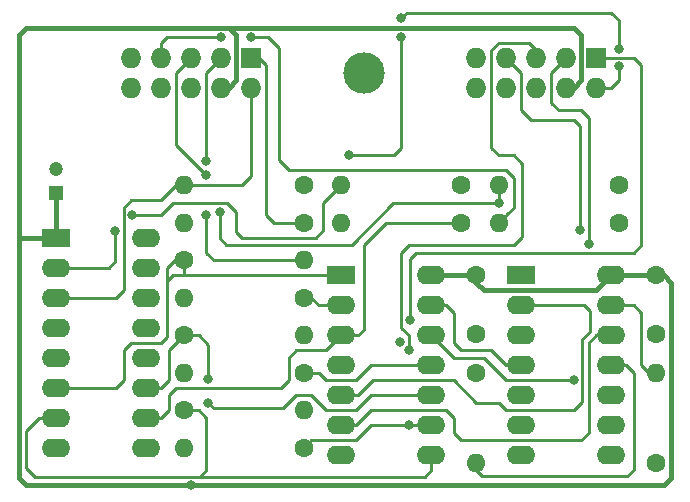
<source format=gtl>
%TF.GenerationSoftware,KiCad,Pcbnew,(5.1.8)-1*%
%TF.CreationDate,2021-01-10T02:15:11+01:00*%
%TF.ProjectId,Apple II Adapter,4170706c-6520-4494-9920-416461707465,rev?*%
%TF.SameCoordinates,Original*%
%TF.FileFunction,Copper,L1,Top*%
%TF.FilePolarity,Positive*%
%FSLAX46Y46*%
G04 Gerber Fmt 4.6, Leading zero omitted, Abs format (unit mm)*
G04 Created by KiCad (PCBNEW (5.1.8)-1) date 2021-01-10 02:15:11*
%MOMM*%
%LPD*%
G01*
G04 APERTURE LIST*
%TA.AperFunction,ComponentPad*%
%ADD10O,2.400000X1.600000*%
%TD*%
%TA.AperFunction,ComponentPad*%
%ADD11R,2.400000X1.600000*%
%TD*%
%TA.AperFunction,ComponentPad*%
%ADD12O,1.600000X1.600000*%
%TD*%
%TA.AperFunction,ComponentPad*%
%ADD13C,1.600000*%
%TD*%
%TA.AperFunction,ComponentPad*%
%ADD14R,1.200000X1.200000*%
%TD*%
%TA.AperFunction,ComponentPad*%
%ADD15C,1.200000*%
%TD*%
%TA.AperFunction,ComponentPad*%
%ADD16O,1.727200X1.727200*%
%TD*%
%TA.AperFunction,ComponentPad*%
%ADD17R,1.727200X1.727200*%
%TD*%
%TA.AperFunction,ComponentPad*%
%ADD18C,3.500000*%
%TD*%
%TA.AperFunction,ViaPad*%
%ADD19C,0.800000*%
%TD*%
%TA.AperFunction,Conductor*%
%ADD20C,0.381000*%
%TD*%
%TA.AperFunction,Conductor*%
%ADD21C,0.250000*%
%TD*%
G04 APERTURE END LIST*
D10*
%TO.P,A1,16*%
%TO.N,Net-(A1-Pad16)*%
X174625000Y-117475000D03*
%TO.P,A1,8*%
%TO.N,GND*%
X167005000Y-135255000D03*
%TO.P,A1,15*%
%TO.N,Net-(A1-Pad15)*%
X174625000Y-120015000D03*
%TO.P,A1,7*%
%TO.N,/GC2*%
X167005000Y-132715000D03*
%TO.P,A1,14*%
%TO.N,Net-(A1-Pad14)*%
X174625000Y-122555000D03*
%TO.P,A1,6*%
%TO.N,/GC0*%
X167005000Y-130175000D03*
%TO.P,A1,13*%
%TO.N,Net-(A1-Pad13)*%
X174625000Y-125095000D03*
%TO.P,A1,5*%
%TO.N,Net-(A1-Pad5)*%
X167005000Y-127635000D03*
%TO.P,A1,12*%
%TO.N,Net-(A1-Pad12)*%
X174625000Y-127635000D03*
%TO.P,A1,4*%
%TO.N,Net-(A1-Pad4)*%
X167005000Y-125095000D03*
%TO.P,A1,11*%
%TO.N,/GC3*%
X174625000Y-130175000D03*
%TO.P,A1,3*%
%TO.N,/P1_FIRE*%
X167005000Y-122555000D03*
%TO.P,A1,10*%
%TO.N,/GC1*%
X174625000Y-132715000D03*
%TO.P,A1,2*%
%TO.N,/P2_FIRE*%
X167005000Y-120015000D03*
%TO.P,A1,9*%
%TO.N,Net-(A1-Pad9)*%
X174625000Y-135255000D03*
D11*
%TO.P,A1,1*%
%TO.N,VCC*%
X167005000Y-117475000D03*
%TD*%
D12*
%TO.P,R3,2*%
%TO.N,/P1_DOWN*%
X204470000Y-113030000D03*
D13*
%TO.P,R3,1*%
%TO.N,GND*%
X214630000Y-113030000D03*
%TD*%
%TO.P,C2,2*%
%TO.N,GND*%
X202565000Y-125650000D03*
%TO.P,C2,1*%
%TO.N,VCC*%
X202565000Y-120650000D03*
%TD*%
%TO.P,R14,1*%
%TO.N,/GC2*%
X177800000Y-132080000D03*
D12*
%TO.P,R14,2*%
%TO.N,/P2_UP*%
X187960000Y-132080000D03*
%TD*%
D11*
%TO.P,U1,1*%
%TO.N,/P1_DOWN*%
X206375000Y-120650000D03*
D10*
%TO.P,U1,8*%
%TO.N,Net-(U1-Pad8)*%
X213995000Y-135890000D03*
%TO.P,U1,2*%
%TO.N,Net-(U1-Pad2)*%
X206375000Y-123190000D03*
%TO.P,U1,9*%
%TO.N,GND*%
X213995000Y-133350000D03*
%TO.P,U1,3*%
%TO.N,/P1_RIGHT*%
X206375000Y-125730000D03*
%TO.P,U1,10*%
%TO.N,Net-(U1-Pad10)*%
X213995000Y-130810000D03*
%TO.P,U1,4*%
%TO.N,Net-(U1-Pad4)*%
X206375000Y-128270000D03*
%TO.P,U1,11*%
%TO.N,/P2_RIGHT*%
X213995000Y-128270000D03*
%TO.P,U1,5*%
%TO.N,GND*%
X206375000Y-130810000D03*
%TO.P,U1,12*%
%TO.N,Net-(U1-Pad12)*%
X213995000Y-125730000D03*
%TO.P,U1,6*%
%TO.N,Net-(U1-Pad6)*%
X206375000Y-133350000D03*
%TO.P,U1,13*%
%TO.N,/P2_DOWN*%
X213995000Y-123190000D03*
%TO.P,U1,7*%
%TO.N,GND*%
X206375000Y-135890000D03*
%TO.P,U1,14*%
%TO.N,VCC*%
X213995000Y-120650000D03*
%TD*%
D13*
%TO.P,C1,1*%
%TO.N,VCC*%
X217805000Y-120650000D03*
%TO.P,C1,2*%
%TO.N,GND*%
X217805000Y-125650000D03*
%TD*%
D14*
%TO.P,C3,1*%
%TO.N,VCC*%
X167005000Y-113665000D03*
D15*
%TO.P,C3,2*%
%TO.N,GND*%
X167005000Y-111665000D03*
%TD*%
D16*
%TO.P,J1,10*%
%TO.N,Net-(J1-Pad10)*%
X173355000Y-104775000D03*
%TO.P,J1,9*%
%TO.N,Net-(J1-Pad9)*%
X175895000Y-104775000D03*
%TO.P,J1,8*%
%TO.N,GND*%
X178435000Y-104775000D03*
%TO.P,J1,7*%
%TO.N,VCC*%
X180975000Y-104775000D03*
%TO.P,J1,6*%
%TO.N,/P1_FIRE*%
X183515000Y-104775000D03*
%TO.P,J1,5*%
%TO.N,Net-(J1-Pad5)*%
X173355000Y-102235000D03*
%TO.P,J1,4*%
%TO.N,/P1_RIGHT*%
X175895000Y-102235000D03*
%TO.P,J1,3*%
%TO.N,/P1_LEFT*%
X178435000Y-102235000D03*
%TO.P,J1,2*%
%TO.N,/P1_DOWN*%
X180975000Y-102235000D03*
D17*
%TO.P,J1,1*%
%TO.N,/P1_UP*%
X183515000Y-102235000D03*
%TD*%
%TO.P,J2,1*%
%TO.N,/P2_UP*%
X212725000Y-102235000D03*
D16*
%TO.P,J2,2*%
%TO.N,/P2_DOWN*%
X210185000Y-102235000D03*
%TO.P,J2,3*%
%TO.N,/P2_LEFT*%
X207645000Y-102235000D03*
%TO.P,J2,4*%
%TO.N,/P2_RIGHT*%
X205105000Y-102235000D03*
%TO.P,J2,5*%
%TO.N,Net-(J2-Pad5)*%
X202565000Y-102235000D03*
%TO.P,J2,6*%
%TO.N,/P2_FIRE*%
X212725000Y-104775000D03*
%TO.P,J2,7*%
%TO.N,VCC*%
X210185000Y-104775000D03*
%TO.P,J2,8*%
%TO.N,GND*%
X207645000Y-104775000D03*
%TO.P,J2,9*%
%TO.N,Net-(J2-Pad9)*%
X205105000Y-104775000D03*
%TO.P,J2,10*%
%TO.N,Net-(J2-Pad10)*%
X202565000Y-104775000D03*
%TD*%
D13*
%TO.P,R1,1*%
%TO.N,GND*%
X187960000Y-113030000D03*
D12*
%TO.P,R1,2*%
%TO.N,/P1_FIRE*%
X177800000Y-113030000D03*
%TD*%
%TO.P,R2,2*%
%TO.N,/P2_FIRE*%
X191135000Y-113030000D03*
D13*
%TO.P,R2,1*%
%TO.N,GND*%
X201295000Y-113030000D03*
%TD*%
%TO.P,R4,1*%
%TO.N,GND*%
X214630000Y-116205000D03*
D12*
%TO.P,R4,2*%
%TO.N,/P1_RIGHT*%
X204470000Y-116205000D03*
%TD*%
%TO.P,R7,2*%
%TO.N,VCC*%
X177800000Y-116205000D03*
D13*
%TO.P,R7,1*%
%TO.N,/P1_UP*%
X187960000Y-116205000D03*
%TD*%
%TO.P,R8,1*%
%TO.N,/P1_LEFT*%
X187960000Y-122555000D03*
D12*
%TO.P,R8,2*%
%TO.N,VCC*%
X177800000Y-122555000D03*
%TD*%
D13*
%TO.P,R9,1*%
%TO.N,/P2_LEFT*%
X187960000Y-128905000D03*
D12*
%TO.P,R9,2*%
%TO.N,VCC*%
X177800000Y-128905000D03*
%TD*%
%TO.P,R10,2*%
%TO.N,VCC*%
X177800000Y-135255000D03*
D13*
%TO.P,R10,1*%
%TO.N,/P2_UP*%
X187960000Y-135255000D03*
%TD*%
%TO.P,R11,1*%
%TO.N,/GC0*%
X177800000Y-119380000D03*
D12*
%TO.P,R11,2*%
%TO.N,/P1_LEFT*%
X187960000Y-119380000D03*
%TD*%
%TO.P,R12,2*%
%TO.N,/P1_UP*%
X191135000Y-116205000D03*
D13*
%TO.P,R12,1*%
%TO.N,/GC1*%
X201295000Y-116205000D03*
%TD*%
%TO.P,R13,1*%
%TO.N,/GC3*%
X177800000Y-125730000D03*
D12*
%TO.P,R13,2*%
%TO.N,/P2_LEFT*%
X187960000Y-125730000D03*
%TD*%
D10*
%TO.P,U2,14*%
%TO.N,VCC*%
X198755000Y-120650000D03*
%TO.P,U2,7*%
%TO.N,GND*%
X191135000Y-135890000D03*
%TO.P,U2,13*%
%TO.N,Net-(U1-Pad4)*%
X198755000Y-123190000D03*
%TO.P,U2,6*%
%TO.N,Net-(U1-Pad12)*%
X191135000Y-133350000D03*
%TO.P,U2,12*%
%TO.N,Net-(U1-Pad10)*%
X198755000Y-125730000D03*
%TO.P,U2,5*%
%TO.N,Net-(U1-Pad2)*%
X191135000Y-130810000D03*
%TO.P,U2,11*%
%TO.N,/P2_LEFT*%
X198755000Y-128270000D03*
%TO.P,U2,4*%
%TO.N,/P1_UP*%
X191135000Y-128270000D03*
%TO.P,U2,10*%
%TO.N,/GC3*%
X198755000Y-130810000D03*
%TO.P,U2,3*%
%TO.N,/GC1*%
X191135000Y-125730000D03*
%TO.P,U2,9*%
%TO.N,/P2_UP*%
X198755000Y-133350000D03*
%TO.P,U2,2*%
%TO.N,/P1_LEFT*%
X191135000Y-123190000D03*
%TO.P,U2,8*%
%TO.N,/GC2*%
X198755000Y-135890000D03*
D11*
%TO.P,U2,1*%
%TO.N,/GC0*%
X191135000Y-120650000D03*
%TD*%
D18*
%TO.P,M1,1*%
%TO.N,Net-(M1-Pad1)*%
X193040000Y-103505000D03*
%TD*%
D12*
%TO.P,R5,2*%
%TO.N,/P2_DOWN*%
X217805000Y-128905000D03*
D13*
%TO.P,R5,1*%
%TO.N,GND*%
X217805000Y-136525000D03*
%TD*%
%TO.P,R6,1*%
%TO.N,GND*%
X202565000Y-128905000D03*
D12*
%TO.P,R6,2*%
%TO.N,/P2_RIGHT*%
X202565000Y-136525000D03*
%TD*%
D19*
%TO.N,VCC*%
X178435000Y-138430000D03*
%TO.N,/P2_FIRE*%
X173445000Y-115570000D03*
X171995000Y-116930000D03*
X191770000Y-110490000D03*
X196215000Y-100485500D03*
X196215000Y-98904500D03*
X214630000Y-101510000D03*
X214630000Y-102960000D03*
%TO.N,/GC3*%
X179860500Y-129429070D03*
X179860500Y-131445000D03*
%TO.N,/P1_DOWN*%
X180848010Y-115315990D03*
X179705000Y-110998000D03*
X204470000Y-114554000D03*
%TO.N,/P1_LEFT*%
X179705000Y-115570000D03*
X179705000Y-112141018D03*
%TO.N,/P2_UP*%
X196125000Y-126292892D03*
X196849986Y-133350000D03*
X196940000Y-124460000D03*
%TO.N,/P2_DOWN*%
X212090000Y-118020000D03*
%TO.N,/P2_LEFT*%
X196850000Y-127000000D03*
%TO.N,/P2_RIGHT*%
X211365000Y-116840000D03*
%TO.N,Net-(U1-Pad10)*%
X210820000Y-129540000D03*
%TO.N,/P1_RIGHT*%
X180975000Y-100485500D03*
X183515000Y-100485500D03*
%TD*%
D20*
%TO.N,VCC*%
X163830000Y-117475000D02*
X167005000Y-117475000D01*
X213995000Y-120650000D02*
X217805000Y-120650000D01*
X218440000Y-138430000D02*
X178435000Y-138430000D01*
X163830000Y-117475000D02*
X163830000Y-137795000D01*
X163830000Y-137795000D02*
X164465000Y-138430000D01*
X164465000Y-138430000D02*
X178435000Y-138430000D01*
X219075000Y-137795000D02*
X218440000Y-138430000D01*
X198755000Y-120650000D02*
X202565000Y-120650000D01*
X218440000Y-120650000D02*
X219075000Y-121285000D01*
X217805000Y-120650000D02*
X218440000Y-120650000D01*
X219075000Y-121285000D02*
X219075000Y-137795000D01*
X180975000Y-104775000D02*
X181610000Y-104775000D01*
X181610000Y-104775000D02*
X182245000Y-104140000D01*
X182245000Y-104140000D02*
X182245000Y-100330000D01*
X163830000Y-117475000D02*
X163830000Y-100330000D01*
X210820000Y-104775000D02*
X210185000Y-104775000D01*
X211439101Y-104155899D02*
X210820000Y-104775000D01*
X211439101Y-100314101D02*
X211439101Y-104155899D01*
X202565000Y-120650000D02*
X202565000Y-121285000D01*
X202565000Y-121285000D02*
X203200000Y-121920000D01*
X212725000Y-121920000D02*
X213995000Y-120650000D01*
X203200000Y-121920000D02*
X212725000Y-121920000D01*
X210820000Y-99695000D02*
X211439101Y-100314101D01*
X182245000Y-100330000D02*
X181610000Y-99695000D01*
X164465000Y-99695000D02*
X163830000Y-100330000D01*
X181610000Y-99695000D02*
X164465000Y-99695000D01*
X181610000Y-99695000D02*
X210820000Y-99695000D01*
X167005000Y-117475000D02*
X167005000Y-113665000D01*
D21*
%TO.N,/P2_FIRE*%
X171450000Y-120015000D02*
X167005000Y-120015000D01*
X171995000Y-119470000D02*
X171450000Y-120015000D01*
X191135000Y-112395000D02*
X191135000Y-113030000D01*
X171995000Y-116930000D02*
X171995000Y-119470000D01*
X189611000Y-114554000D02*
X191135000Y-113030000D01*
X188976000Y-117475000D02*
X189611000Y-116840000D01*
X182753000Y-117475000D02*
X188976000Y-117475000D01*
X182245000Y-116967000D02*
X182753000Y-117475000D01*
X182245000Y-115316000D02*
X182245000Y-116967000D01*
X181483000Y-114554000D02*
X182245000Y-115316000D01*
X189611000Y-116840000D02*
X189611000Y-114554000D01*
X176911000Y-114554000D02*
X181483000Y-114554000D01*
X175895000Y-115570000D02*
X176911000Y-114554000D01*
X173445000Y-115570000D02*
X175895000Y-115570000D01*
X191770000Y-110490000D02*
X195580000Y-110490000D01*
X196215000Y-109855000D02*
X196215000Y-100485500D01*
X195580000Y-110490000D02*
X196215000Y-109855000D01*
X196215000Y-98904500D02*
X196694500Y-98425000D01*
X196694500Y-98425000D02*
X213995000Y-98425000D01*
X214630000Y-99060000D02*
X214630000Y-101510000D01*
X213995000Y-98425000D02*
X214630000Y-99060000D01*
X214630000Y-102960000D02*
X214630000Y-104140000D01*
X213995000Y-104775000D02*
X212725000Y-104775000D01*
X214630000Y-104140000D02*
X213995000Y-104775000D01*
%TO.N,/GC1*%
X187325000Y-127000000D02*
X189865000Y-127000000D01*
X186690000Y-127635000D02*
X187325000Y-127000000D01*
X189865000Y-127000000D02*
X191135000Y-125730000D01*
X186690000Y-129540000D02*
X186690000Y-127635000D01*
X177165000Y-130175000D02*
X186055000Y-130175000D01*
X176530000Y-130810000D02*
X177165000Y-130175000D01*
X186055000Y-130175000D02*
X186690000Y-129540000D01*
X176530000Y-132080000D02*
X176530000Y-130810000D01*
X175895000Y-132715000D02*
X176530000Y-132080000D01*
X174625000Y-132715000D02*
X175895000Y-132715000D01*
X193040000Y-125275000D02*
X192585000Y-125730000D01*
X192585000Y-125730000D02*
X191135000Y-125730000D01*
X193040000Y-118110705D02*
X193040000Y-125275000D01*
X194945705Y-116205000D02*
X193040000Y-118110705D01*
X201295000Y-116205000D02*
X194945705Y-116205000D01*
%TO.N,/P1_FIRE*%
X172720000Y-121920000D02*
X172085000Y-122555000D01*
X172085000Y-122555000D02*
X167005000Y-122555000D01*
X177800000Y-113030000D02*
X177165000Y-113030000D01*
X177165000Y-113030000D02*
X175895000Y-114300000D01*
X173355000Y-114300000D02*
X172720000Y-114935000D01*
X175895000Y-114300000D02*
X173355000Y-114300000D01*
X172720000Y-114935000D02*
X172720000Y-121920000D01*
X177800000Y-113030000D02*
X182753000Y-113030000D01*
X183515000Y-112268000D02*
X183515000Y-104775000D01*
X182753000Y-113030000D02*
X183515000Y-112268000D01*
%TO.N,/GC3*%
X175895000Y-130175000D02*
X174625000Y-130175000D01*
X176530000Y-129540000D02*
X175895000Y-130175000D01*
X176530000Y-127000000D02*
X176530000Y-129540000D01*
X177800000Y-125730000D02*
X176530000Y-127000000D01*
X179860500Y-126520500D02*
X179860500Y-129429070D01*
X179070000Y-125730000D02*
X179860500Y-126520500D01*
X177800000Y-125730000D02*
X179070000Y-125730000D01*
X193675000Y-130810000D02*
X198755000Y-130810000D01*
X192405000Y-132080000D02*
X193675000Y-130810000D01*
X189865000Y-132080000D02*
X192405000Y-132080000D01*
X188595000Y-130810000D02*
X189865000Y-132080000D01*
X187325000Y-130810000D02*
X188595000Y-130810000D01*
X186210500Y-131924500D02*
X187325000Y-130810000D01*
X180340000Y-131924500D02*
X186210500Y-131924500D01*
X179860500Y-131445000D02*
X180340000Y-131924500D01*
%TO.N,/GC0*%
X191135000Y-120650000D02*
X179070000Y-120650000D01*
X172720000Y-129540000D02*
X172085000Y-130175000D01*
X172720000Y-127000000D02*
X172720000Y-129540000D01*
X172085000Y-130175000D02*
X167005000Y-130175000D01*
X175895000Y-126365000D02*
X173355000Y-126365000D01*
X173355000Y-126365000D02*
X172720000Y-127000000D01*
X176403000Y-125857000D02*
X175895000Y-126365000D01*
X176911000Y-120650000D02*
X176403000Y-121158000D01*
X176403000Y-121158000D02*
X176403000Y-125857000D01*
X177800000Y-120650000D02*
X176911000Y-120650000D01*
X177800000Y-119380000D02*
X177800000Y-120650000D01*
X179070000Y-120650000D02*
X177800000Y-120650000D01*
X176403000Y-120015000D02*
X177038000Y-119380000D01*
X177038000Y-119380000D02*
X177800000Y-119380000D01*
X176403000Y-121158000D02*
X176403000Y-120015000D01*
%TO.N,/GC2*%
X164465000Y-133805000D02*
X165555000Y-132715000D01*
X164465000Y-136979998D02*
X164465000Y-133805000D01*
X198755000Y-137160000D02*
X198210001Y-137704999D01*
X165555000Y-132715000D02*
X167005000Y-132715000D01*
X165190001Y-137704999D02*
X164465000Y-136979998D01*
X198755000Y-135890000D02*
X198755000Y-137160000D01*
X177800000Y-132080000D02*
X179070000Y-132080000D01*
X179070000Y-132080000D02*
X179705000Y-132715000D01*
X179705000Y-132715000D02*
X179705000Y-137160000D01*
X179160001Y-137704999D02*
X165190001Y-137704999D01*
X179705000Y-137160000D02*
X179160001Y-137704999D01*
X198210001Y-137704999D02*
X179160001Y-137704999D01*
%TO.N,/P1_DOWN*%
X204470000Y-113030000D02*
X204470000Y-114554000D01*
X180975000Y-102235000D02*
X179705000Y-103505000D01*
X179705000Y-103505000D02*
X179705000Y-110998000D01*
X180848010Y-117475010D02*
X180848010Y-115315990D01*
X181425011Y-118052011D02*
X180848010Y-117475010D01*
X192043971Y-118052011D02*
X181425011Y-118052011D01*
X195541982Y-114554000D02*
X192043971Y-118052011D01*
X204470000Y-114554000D02*
X195541982Y-114554000D01*
%TO.N,/P1_LEFT*%
X187960000Y-122555000D02*
X188595000Y-122555000D01*
X188595000Y-122555000D02*
X189230000Y-123190000D01*
X189230000Y-123190000D02*
X191135000Y-123190000D01*
X179705000Y-115570000D02*
X179705000Y-118745000D01*
X180340000Y-119380000D02*
X183896000Y-119380000D01*
X179705000Y-118745000D02*
X180340000Y-119380000D01*
X187960000Y-119380000D02*
X183896000Y-119380000D01*
X177165000Y-103505000D02*
X177165000Y-109601018D01*
X178435000Y-102235000D02*
X177165000Y-103505000D01*
X177165000Y-109601018D02*
X179705000Y-112141018D01*
%TO.N,/P2_UP*%
X198755000Y-133350000D02*
X196849986Y-133350000D01*
X187960000Y-135255000D02*
X188595000Y-134620000D01*
X193675000Y-133350000D02*
X192405000Y-134620000D01*
X196849986Y-133350000D02*
X193675000Y-133350000D01*
X188595000Y-134620000D02*
X192405000Y-134620000D01*
X216535000Y-118110000D02*
X216535000Y-102870000D01*
X215900000Y-118745000D02*
X216535000Y-118110000D01*
X197485000Y-118745000D02*
X215900000Y-118745000D01*
X215900000Y-102235000D02*
X212725000Y-102235000D01*
X216535000Y-102870000D02*
X215900000Y-102235000D01*
X196940000Y-119290000D02*
X197485000Y-118745000D01*
X196940000Y-124460000D02*
X196940000Y-119290000D01*
%TO.N,/P2_DOWN*%
X217805000Y-128905000D02*
X217170000Y-128905000D01*
X217170000Y-128905000D02*
X216535000Y-128270000D01*
X216535000Y-128270000D02*
X216535000Y-123825000D01*
X215900000Y-123190000D02*
X213995000Y-123190000D01*
X216535000Y-123825000D02*
X215900000Y-123190000D01*
X208915000Y-103505000D02*
X210185000Y-102235000D01*
X208915000Y-106045000D02*
X208915000Y-103505000D01*
X209550000Y-106680000D02*
X208915000Y-106045000D01*
X211455000Y-106680000D02*
X209550000Y-106680000D01*
X212090000Y-107315000D02*
X211455000Y-106680000D01*
X212090000Y-118020000D02*
X212090000Y-107315000D01*
%TO.N,/P2_LEFT*%
X187960000Y-128905000D02*
X189230000Y-128905000D01*
X189230000Y-128905000D02*
X189865000Y-129540000D01*
X198755000Y-128270000D02*
X193675000Y-128270000D01*
X193675000Y-128270000D02*
X192405000Y-129540000D01*
X192405000Y-129540000D02*
X189865000Y-129540000D01*
X196850000Y-125730000D02*
X196850000Y-127000000D01*
X196215000Y-125095000D02*
X196850000Y-125730000D01*
X196215000Y-118745000D02*
X196215000Y-125095000D01*
X207645000Y-102235000D02*
X207645000Y-101600000D01*
X206465001Y-117384999D02*
X205740000Y-118110000D01*
X207645000Y-101600000D02*
X207010000Y-100965000D01*
X207010000Y-100965000D02*
X204470000Y-100965000D01*
X206456399Y-111206399D02*
X206456399Y-114197397D01*
X206456399Y-114197397D02*
X206465001Y-114205999D01*
X204470000Y-100965000D02*
X203835000Y-101600000D01*
X203835000Y-109855000D02*
X204470000Y-110490000D01*
X203835000Y-101600000D02*
X203835000Y-109855000D01*
X196850000Y-118110000D02*
X196215000Y-118745000D01*
X204470000Y-110490000D02*
X205740000Y-110490000D01*
X205740000Y-110490000D02*
X206456399Y-111206399D01*
X206465001Y-114205999D02*
X206465001Y-117384999D01*
X205740000Y-118110000D02*
X196850000Y-118110000D01*
%TO.N,/P2_RIGHT*%
X215265000Y-128270000D02*
X213995000Y-128270000D01*
X215900000Y-128905000D02*
X215265000Y-128270000D01*
X215328500Y-137668000D02*
X215900000Y-137096500D01*
X203073000Y-137668000D02*
X215328500Y-137668000D01*
X215900000Y-137096500D02*
X215900000Y-128905000D01*
X202565000Y-137160000D02*
X203073000Y-137668000D01*
X202565000Y-136525000D02*
X202565000Y-137160000D01*
X206375000Y-103505000D02*
X205105000Y-102235000D01*
X206375000Y-106680000D02*
X206375000Y-103505000D01*
X207190000Y-107495000D02*
X206375000Y-106680000D01*
X210820000Y-107495000D02*
X207190000Y-107495000D01*
X211365000Y-108040000D02*
X210820000Y-107495000D01*
X211365000Y-116840000D02*
X211365000Y-108040000D01*
%TO.N,Net-(U1-Pad2)*%
X211674002Y-123190000D02*
X206375000Y-123190000D01*
X212180002Y-125443002D02*
X212180002Y-123696000D01*
X211545001Y-131354999D02*
X211545001Y-126078003D01*
X212180002Y-123696000D02*
X211674002Y-123190000D01*
X211545001Y-126078003D02*
X212180002Y-125443002D01*
X210820000Y-132080000D02*
X211545001Y-131354999D01*
X204470000Y-131445000D02*
X205105000Y-132080000D01*
X205105000Y-132080000D02*
X210820000Y-132080000D01*
X202565000Y-131445000D02*
X204470000Y-131445000D01*
X200660000Y-129540000D02*
X202565000Y-131445000D01*
X193855000Y-129540000D02*
X200660000Y-129540000D01*
X192585000Y-130810000D02*
X193855000Y-129540000D01*
X191135000Y-130810000D02*
X192585000Y-130810000D01*
%TO.N,Net-(U1-Pad10)*%
X205105000Y-129540000D02*
X210820000Y-129540000D01*
X200660000Y-127635000D02*
X203200000Y-127635000D01*
X198755000Y-125730000D02*
X200660000Y-127635000D01*
X203200000Y-127635000D02*
X205105000Y-129540000D01*
%TO.N,Net-(U1-Pad4)*%
X200025000Y-123190000D02*
X198755000Y-123190000D01*
X200660000Y-123825000D02*
X200025000Y-123190000D01*
X201295000Y-127000000D02*
X200660000Y-126365000D01*
X203835000Y-127000000D02*
X201295000Y-127000000D01*
X205105000Y-128270000D02*
X203835000Y-127000000D01*
X200660000Y-126365000D02*
X200660000Y-123825000D01*
X206375000Y-128270000D02*
X205105000Y-128270000D01*
%TO.N,Net-(U1-Pad12)*%
X200025000Y-132080000D02*
X193675000Y-132080000D01*
X192405000Y-133350000D02*
X191135000Y-133350000D01*
X200660000Y-132715000D02*
X200025000Y-132080000D01*
X200660000Y-133985000D02*
X200660000Y-132715000D01*
X201295000Y-134620000D02*
X200660000Y-133985000D01*
X212090000Y-133985000D02*
X211455000Y-134620000D01*
X193675000Y-132080000D02*
X192405000Y-133350000D01*
X212090000Y-126365000D02*
X212090000Y-133985000D01*
X211455000Y-134620000D02*
X201295000Y-134620000D01*
X212725000Y-125730000D02*
X212090000Y-126365000D01*
X213995000Y-125730000D02*
X212725000Y-125730000D01*
%TO.N,/P1_RIGHT*%
X175895000Y-102235000D02*
X175895000Y-100965000D01*
X176374500Y-100485500D02*
X180975000Y-100485500D01*
X175895000Y-100965000D02*
X176374500Y-100485500D01*
X205740000Y-114935000D02*
X205269999Y-115405001D01*
X186690000Y-111760000D02*
X205105000Y-111760000D01*
X205740000Y-112395000D02*
X205740000Y-114935000D01*
X185830185Y-110900185D02*
X186690000Y-111760000D01*
X205269999Y-115405001D02*
X204470000Y-116205000D01*
X185830185Y-101375185D02*
X185830185Y-110900185D01*
X184940500Y-100485500D02*
X185830185Y-101375185D01*
X205105000Y-111760000D02*
X205740000Y-112395000D01*
X183515000Y-100485500D02*
X184940500Y-100485500D01*
%TO.N,/P1_UP*%
X183515000Y-102235000D02*
X184150000Y-102235000D01*
X184150000Y-102235000D02*
X184785000Y-102870000D01*
X184785000Y-102870000D02*
X184785000Y-115570000D01*
X185420000Y-116205000D02*
X187960000Y-116205000D01*
X184785000Y-115570000D02*
X185420000Y-116205000D01*
%TD*%
M02*

</source>
